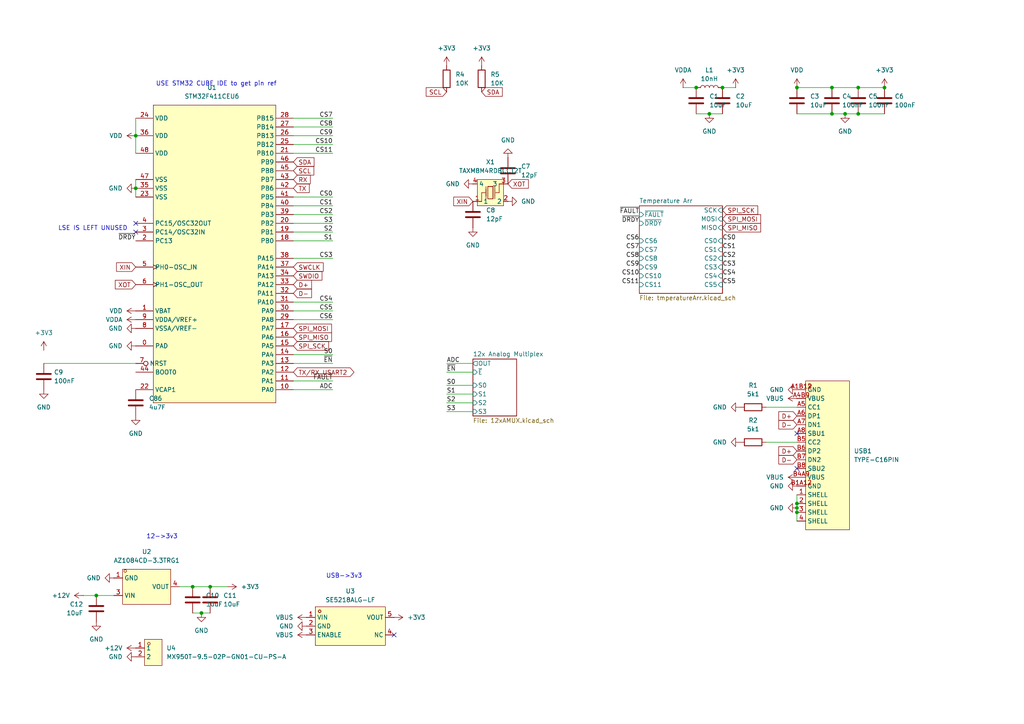
<source format=kicad_sch>
(kicad_sch (version 20231120) (generator "eeschema") (generator_version "8.0")
  (paper "A4")
  (lib_symbols
    (symbol "Device:C" (pin_numbers hide) (pin_names (offset 0.254))
      (property "Reference" "C" (at 0.635 2.54 0))
      (property "Value" "C" (at 0.635 -2.54 0))
      (symbol "C_0_1"
        (polyline (pts (xy -2.032 -0.762) (xy 2.032 -0.762)) (stroke (width 0.508)))
        (polyline (pts (xy -2.032 0.762) (xy 2.032 0.762)) (stroke (width 0.508)))
      )
      (symbol "C_1_1"
        (pin passive line (at 0 3.81 270) (length 2.794) (name "~") (number "1"))
        (pin passive line (at 0 -3.81 90) (length 2.794) (name "~") (number "2"))
      )
    )
    (symbol "Device:L" (pin_numbers hide) (pin_names (offset 1.016) hide)
      (property "Reference" "L" (at -1.27 0 90))
      (property "Value" "L" (at 1.905 0 90))
      (symbol "L_0_1"
        (arc (start 0 -2.54) (mid 0.6323 -1.905) (end 0 -1.27))
        (arc (start 0 -1.27) (mid 0.6323 -0.635) (end 0 0))
        (arc (start 0 0) (mid 0.6323 0.635) (end 0 1.27))
        (arc (start 0 1.27) (mid 0.6323 1.905) (end 0 2.54))
      )
      (symbol "L_1_1"
        (pin passive line (at 0 3.81 270) (length 1.27) (name "1") (number "1"))
        (pin passive line (at 0 -3.81 90) (length 1.27) (name "2") (number "2"))
      )
    )
    (symbol "Device:R" (pin_numbers hide) (pin_names (offset 0))
      (property "Reference" "R" (at 2.032 0 90))
      (property "Value" "R" (at 0 0 90))
      (symbol "R_0_1"
        (rectangle (start -1.016 -2.54) (end 1.016 2.54) (stroke (width 0.254)))
      )
      (symbol "R_1_1"
        (pin passive line (at 0 3.81 270) (length 1.27) (name "~") (number "1"))
        (pin passive line (at 0 -3.81 90) (length 1.27) (name "~") (number "2"))
      )
    )
    (symbol "lib:AZ1084CD-3.3TRG1"
      (property "Reference" "U" (at 0 15.24 0))
      (property "Value" "AZ1084CD-3.3TRG1" (at 0 -13.97 0))
      (symbol "AZ1084CD-3.3TRG1_0_1"
        (rectangle (start -5.08 7.62) (end 5.08 -6.35) (fill (type background)))
        (circle (center -4.57 -5.59) (radius 0.38))
        (pin unspecified line (at -2.54 -8.89 90) (length 2.54) (name "GND") (number "1"))
        (pin unspecified line (at 2.54 -8.89 90) (length 2.54) (name "VIN") (number "3"))
        (pin unspecified line (at 0 10.16 270) (length 2.54) (name "VOUT") (number "4"))
      )
    )
    (symbol "lib:MX950T-9.5-02P-GN01-CU-PS-A"
      (property "Reference" "U" (at 0 6.35 0))
      (property "Value" "MX950T-9.5-02P-GN01-CU-PS-A" (at 0 -6.35 0))
      (symbol "MX950T-9.5-02P-GN01-CU-PS-A_0_1"
        (rectangle (start -2.54 3.81) (end 2.54 -3.81) (fill (type background)))
        (circle (center -1.27 2.54) (radius 0.38))
        (pin unspecified line (at -5.08 1.27 0) (length 2.54) (name "1") (number "1"))
        (pin unspecified line (at -5.08 -1.27 0) (length 2.54) (name "2") (number "2"))
      )
    )
    (symbol "lib:SE5218ALG-LF"
      (property "Reference" "U" (at 0 7.62 0))
      (property "Value" "SE5218ALG-LF" (at 0 -7.62 0))
      (symbol "SE5218ALG-LF_0_1"
        (rectangle (start -10.16 5.59) (end 10.16 -5.59) (fill (type background)))
        (circle (center -8.89 4.32) (radius 0.38))
        (circle (center -8.89 4.32) (radius 0.38))
        (pin unspecified line (at -12.7 2.54 0) (length 2.54) (name "VIN") (number "1"))
        (pin unspecified line (at -12.7 0 0) (length 2.54) (name "GND") (number "2"))
        (pin unspecified line (at -12.7 -2.54 0) (length 2.54) (name "ENABLE") (number "3"))
        (pin unspecified line (at 12.7 -2.54 180) (length 2.54) (name "NC") (number "4"))
        (pin unspecified line (at 12.7 2.54 180) (length 2.54) (name "VOUT") (number "5"))
      )
    )
    (symbol "lib:STM32F411CEU6"
      (property "Reference" "U" (at 0 45.72 0))
      (property "Value" "STM32F411CEU6" (at 0 -43.18 0))
      (symbol "STM32F411CEU6_0_1"
        (rectangle (start -17.78 44.45) (end 17.78 -41.91) (fill (type background)))
        (pin power_in line (at -22.86 -25.4 0) (length 5.08) (name "PAD") (number "0"))
        (pin power_in line (at -22.86 -15.24 0) (length 5.08) (name "VBAT") (number "1"))
        (pin unspecified line (at 22.86 -38.1 180) (length 5.08) (name "PA0") (number "10"))
        (pin unspecified line (at 22.86 -35.56 180) (length 5.08) (name "PA1") (number "11"))
        (pin unspecified line (at 22.86 -33.02 180) (length 5.08) (name "PA2") (number "12"))
        (pin unspecified line (at 22.86 -30.48 180) (length 5.08) (name "PA3") (number "13"))
        (pin unspecified line (at 22.86 -27.94 180) (length 5.08) (name "PA4") (number "14"))
        (pin unspecified line (at 22.86 -25.4 180) (length 5.08) (name "PA5") (number "15"))
        (pin unspecified line (at 22.86 -22.86 180) (length 5.08) (name "PA6") (number "16"))
        (pin unspecified line (at 22.86 -20.32 180) (length 5.08) (name "PA7") (number "17"))
        (pin unspecified line (at 22.86 5.08 180) (length 5.08) (name "PB0") (number "18"))
        (pin unspecified line (at 22.86 7.62 180) (length 5.08) (name "PB1") (number "19"))
        (pin unspecified line (at -22.86 5.08 0) (length 5.08) (name "PC13") (number "2"))
        (pin unspecified line (at 22.86 10.16 180) (length 5.08) (name "PB2") (number "20"))
        (pin unspecified line (at 22.86 30.48 180) (length 5.08) (name "PB10") (number "21"))
        (pin power_in line (at -22.86 -38.1 0) (length 5.08) (name "VCAP1") (number "22"))
        (pin unspecified line (at -22.86 17.78 0) (length 5.08) (name "VSS") (number "23"))
        (pin unspecified line (at -22.86 40.64 0) (length 5.08) (name "VDD") (number "24"))
        (pin unspecified line (at 22.86 33.02 180) (length 5.08) (name "PB12") (number "25"))
        (pin unspecified line (at 22.86 35.56 180) (length 5.08) (name "PB13") (number "26"))
        (pin unspecified line (at 22.86 38.1 180) (length 5.08) (name "PB14") (number "27"))
        (pin unspecified line (at 22.86 40.64 180) (length 5.08) (name "PB15") (number "28"))
        (pin unspecified line (at 22.86 -17.78 180) (length 5.08) (name "PA8") (number "29"))
        (pin unspecified line (at -22.86 7.62 0) (length 5.08) (name "PC14/OSC32IN") (number "3"))
        (pin unspecified line (at 22.86 -15.24 180) (length 5.08) (name "PA9") (number "30"))
        (pin unspecified line (at 22.86 -12.7 180) (length 5.08) (name "PA10") (number "31"))
        (pin unspecified line (at 22.86 -10.16 180) (length 5.08) (name "PA11") (number "32"))
        (pin unspecified line (at 22.86 -7.62 180) (length 5.08) (name "PA12") (number "33"))
        (pin unspecified line (at 22.86 -5.08 180) (length 5.08) (name "PA13") (number "34"))
        (pin unspecified line (at -22.86 20.32 0) (length 5.08) (name "VSS") (number "35"))
        (pin unspecified line (at -22.86 35.56 0) (length 5.08) (name "VDD") (number "36"))
        (pin unspecified line (at 22.86 -2.54 180) (length 5.08) (name "PA14") (number "37"))
        (pin unspecified line (at 22.86 0 180) (length 5.08) (name "PA15") (number "38"))
        (pin unspecified line (at 22.86 12.7 180) (length 5.08) (name "PB3") (number "39"))
        (pin unspecified line (at -22.86 10.16 0) (length 5.08) (name "PC15/OSC32OUT") (number "4"))
        (pin unspecified line (at 22.86 15.24 180) (length 5.08) (name "PB4") (number "40"))
        (pin unspecified line (at 22.86 17.78 180) (length 5.08) (name "PB5") (number "41"))
        (pin unspecified line (at 22.86 20.32 180) (length 5.08) (name "PB6") (number "42"))
        (pin unspecified line (at 22.86 22.86 180) (length 5.08) (name "PB7") (number "43"))
        (pin input line (at -22.86 -33.02 0) (length 5.08) (name "BOOT0") (number "44"))
        (pin unspecified line (at 22.86 25.4 180) (length 5.08) (name "PB8") (number "45"))
        (pin unspecified line (at 22.86 27.94 180) (length 5.08) (name "PB9") (number "46"))
        (pin unspecified line (at -22.86 22.86 0) (length 5.08) (name "VSS") (number "47"))
        (pin unspecified line (at -22.86 30.48 0) (length 5.08) (name "VDD") (number "48"))
        (pin unspecified clock (at -22.86 -2.54 0) (length 5.08) (name "PH0-OSC_IN") (number "5"))
        (pin unspecified clock (at -22.86 -7.62 0) (length 5.08) (name "PH1-OSC_OUT") (number "6"))
        (pin unspecified inverted (at -22.86 -30.48 0) (length 3.556) (name "NRST") (number "7"))
        (pin power_in line (at -22.86 -20.32 0) (length 5.08) (name "VSSA/VREF-") (number "8"))
        (pin power_in line (at -22.86 -17.78 0) (length 5.08) (name "VDDA/VREF+") (number "9"))
      )
    )
    (symbol "lib:TAXM8M4RDBCCT2T"
      (property "Reference" "X" (at 0 7.62 0))
      (property "Value" "TAXM8M4RDBCCT2T" (at 0 -7.62 0))
      (symbol "TAXM8M4RDBCCT2T_0_1"
        (rectangle (start -3.81 3.81) (end 3.81 -3.81) (fill (type background)))
        (polyline (pts (xy -2.54 -2.54) (xy -2.54 0)))
        (polyline (pts (xy -2.54 0) (xy -1.52 0)))
        (polyline (pts (xy -1.27 1.02) (xy -1.27 -1.02)))
        (polyline (pts (xy -1.27 1.78) (xy -1.27 -1.78)))
        (polyline (pts (xy -0.76 1.78) (xy 0.76 1.78)))
        (polyline (pts (xy 1.27 1.02) (xy 1.27 -1.02)))
        (polyline (pts (xy 1.27 1.78) (xy 1.27 -1.78)))
        (polyline (pts (xy 2.54 0) (xy 1.52 0)))
        (polyline (pts (xy 2.54 0) (xy 2.54 2.54)))
        (polyline (pts (xy 0.76 1.78) (xy 0.76 -1.78) (xy -0.76 -1.78) (xy -0.76 1.78)))
        (polyline (pts (xy -0.76 -1.78) (xy -0.76 1.78) (xy 0.76 1.78) (xy 0.76 -1.78) (xy -0.76 -1.78)) (fill (type background)))
        (pin input line (at -5.08 -2.54 0) (length 2.54) (name "1") (number "1"))
        (pin input line (at 5.08 -2.54 180) (length 1.27) (name "2") (number "2"))
        (pin input line (at 5.08 2.54 180) (length 2.54) (name "3") (number "3"))
        (pin input line (at -5.08 2.54 0) (length 1.27) (name "4") (number "4"))
      )
    )
    (symbol "lib:TYPE-C16PIN"
      (property "Reference" "USB" (at 0 24.13 0))
      (property "Value" "TYPE-C16PIN" (at 0 -24.13 0))
      (symbol "TYPE-C16PIN_0_1"
        (rectangle (start -6.35 21.59) (end 6.35 -21.59) (fill (type background)))
        (circle (center -5.08 20.32) (radius 0.38))
        (pin unspecified line (at -8.89 -11.43 0) (length 2.54) (name "SHELL") (number "1"))
        (pin unspecified line (at -8.89 -13.97 0) (length 2.54) (name "SHELL") (number "2"))
        (pin unspecified line (at -8.89 -16.51 0) (length 2.54) (name "SHELL") (number "3"))
        (pin unspecified line (at -8.89 -19.05 0) (length 2.54) (name "SHELL") (number "4"))
        (pin unspecified line (at -8.89 19.05 0) (length 2.54) (name "GND") (number "A1B12"))
        (pin unspecified line (at -8.89 16.51 0) (length 2.54) (name "VBUS") (number "A4B9"))
        (pin unspecified line (at -8.89 13.97 0) (length 2.54) (name "CC1") (number "A5"))
        (pin unspecified line (at -8.89 11.43 0) (length 2.54) (name "DP1") (number "A6"))
        (pin unspecified line (at -8.89 8.89 0) (length 2.54) (name "DN1") (number "A7"))
        (pin unspecified line (at -8.89 6.35 0) (length 2.54) (name "SBU1") (number "A8"))
        (pin unspecified line (at -8.89 -8.89 0) (length 2.54) (name "GND") (number "B1A12"))
        (pin unspecified line (at -8.89 -6.35 0) (length 2.54) (name "VBUS") (number "B4A9"))
        (pin unspecified line (at -8.89 3.81 0) (length 2.54) (name "CC2") (number "B5"))
        (pin unspecified line (at -8.89 1.27 0) (length 2.54) (name "DP2") (number "B6"))
        (pin unspecified line (at -8.89 -1.27 0) (length 2.54) (name "DN2") (number "B7"))
        (pin unspecified line (at -8.89 -3.81 0) (length 2.54) (name "SBU2") (number "B8"))
      )
    )
    (symbol "power:+12V" (power) (pin_numbers hide) (pin_names (offset 0) hide)
      (property "Value" "+12V" (at 0 3.556 0))
      (symbol "+12V_0_1"
        (polyline (pts (xy -0.762 1.27) (xy 0 2.54)))
        (polyline (pts (xy 0 0) (xy 0 2.54)))
        (polyline (pts (xy 0 2.54) (xy 0.762 1.27)))
      )
      (symbol "+12V_1_1"
        (pin power_in line (at 0 0 90) (length 0) (name "~") (number "1"))
      )
    )
    (symbol "power:+3V3" (power) (pin_numbers hide) (pin_names (offset 0) hide)
      (property "Value" "+3V3" (at 0 3.556 0))
      (symbol "+3V3_0_1"
        (polyline (pts (xy -0.762 1.27) (xy 0 2.54)))
        (polyline (pts (xy 0 0) (xy 0 2.54)))
        (polyline (pts (xy 0 2.54) (xy 0.762 1.27)))
      )
      (symbol "+3V3_1_1"
        (pin power_in line (at 0 0 90) (length 0) (name "~") (number "1"))
      )
    )
    (symbol "power:GND" (power) (pin_numbers hide) (pin_names (offset 0) hide)
      (property "Value" "GND" (at 0 -3.81 0))
      (symbol "GND_0_1"
        (polyline (pts (xy 0 0) (xy 0 -1.27) (xy 1.27 -1.27) (xy 0 -2.54) (xy -1.27 -1.27) (xy 0 -1.27)))
      )
      (symbol "GND_1_1"
        (pin power_in line (at 0 0 270) (length 0) (name "~") (number "1"))
      )
    )
    (symbol "power:VCC" (power) (pin_numbers hide) (pin_names (offset 0) hide)
      (property "Value" "VCC" (at 0 3.556 0))
      (symbol "VCC_0_1"
        (polyline (pts (xy -0.762 1.27) (xy 0 2.54)))
        (polyline (pts (xy 0 0) (xy 0 2.54)))
        (polyline (pts (xy 0 2.54) (xy 0.762 1.27)))
      )
      (symbol "VCC_1_1"
        (pin power_in line (at 0 0 90) (length 0) (name "~") (number "1"))
      )
    )
  )
  (junction (at 201.93 25.4))
  (junction (at 248.92 33.02))
  (junction (at 209.55 25.4))
  (junction (at 231.14 25.4))
  (junction (at 55.88 170.18))
  (junction (at 205.74 33.02))
  (junction (at 256.54 25.4))
  (junction (at 245.11 33.02))
  (junction (at 248.92 25.4))
  (junction (at 58.42 177.8))
  (junction (at 39.37 39.37))
  (junction (at 241.3 33.02))
  (junction (at 60.96 170.18))
  (junction (at 231.14 146.05))
  (junction (at 241.3 25.4))
  (junction (at 27.94 172.72))
  (junction (at 231.14 147.32))
  (junction (at 231.14 148.59))
  (junction (at 39.37 54.61))
  (no_connect (at 114.3 184.15))
  (no_connect (at 231.14 125.73))
  (no_connect (at 39.37 67.31))
  (no_connect (at 231.14 135.89))
  (no_connect (at 39.37 64.77))
  (wire (pts (xy 129.54 107.95) (xy 137.16 107.95)))
  (wire (pts (xy 96.52 92.71) (xy 85.09 92.71)))
  (wire (pts (xy 96.52 57.15) (xy 85.09 57.15)))
  (wire (pts (xy 96.52 67.31) (xy 85.09 67.31)))
  (wire (pts (xy 58.42 177.8) (xy 60.96 177.8)))
  (wire (pts (xy 129.54 105.41) (xy 137.16 105.41)))
  (wire (pts (xy 96.52 59.69) (xy 85.09 59.69)))
  (wire (pts (xy 96.52 64.77) (xy 85.09 64.77)))
  (wire (pts (xy 231.14 143.51) (xy 231.14 146.05)))
  (wire (pts (xy 231.14 148.59) (xy 231.14 151.13)))
  (wire (pts (xy 96.52 87.63) (xy 85.09 87.63)))
  (wire (pts (xy 248.92 33.02) (xy 256.54 33.02)))
  (wire (pts (xy 27.94 172.72) (xy 33.02 172.72)))
  (wire (pts (xy 222.25 128.27) (xy 231.14 128.27)))
  (wire (pts (xy 231.14 146.05) (xy 231.14 147.32)))
  (wire (pts (xy 248.92 25.4) (xy 256.54 25.4)))
  (wire (pts (xy 24.13 172.72) (xy 27.94 172.72)))
  (wire (pts (xy 55.88 177.8) (xy 58.42 177.8)))
  (wire (pts (xy 96.52 74.93) (xy 85.09 74.93)))
  (wire (pts (xy 231.14 33.02) (xy 241.3 33.02)))
  (wire (pts (xy 241.3 33.02) (xy 245.11 33.02)))
  (wire (pts (xy 245.11 33.02) (xy 248.92 33.02)))
  (wire (pts (xy 96.52 44.45) (xy 85.09 44.45)))
  (wire (pts (xy 96.52 90.17) (xy 85.09 90.17)))
  (wire (pts (xy 205.74 33.02) (xy 209.55 33.02)))
  (wire (pts (xy 201.93 33.02) (xy 205.74 33.02)))
  (wire (pts (xy 39.37 39.37) (xy 39.37 44.45)))
  (wire (pts (xy 129.54 116.84) (xy 137.16 116.84)))
  (wire (pts (xy 96.52 113.03) (xy 85.09 113.03)))
  (wire (pts (xy 209.55 25.4) (xy 213.36 25.4)))
  (wire (pts (xy 241.3 25.4) (xy 248.92 25.4)))
  (wire (pts (xy 96.52 36.83) (xy 85.09 36.83)))
  (wire (pts (xy 60.96 170.18) (xy 55.88 170.18)))
  (wire (pts (xy 129.54 114.3) (xy 137.16 114.3)))
  (wire (pts (xy 39.37 52.07) (xy 39.37 54.61)))
  (wire (pts (xy 55.88 170.18) (xy 52.07 170.18)))
  (wire (pts (xy 12.7 105.41) (xy 39.37 105.41)))
  (wire (pts (xy 129.54 119.38) (xy 137.16 119.38)))
  (wire (pts (xy 96.52 39.37) (xy 85.09 39.37)))
  (wire (pts (xy 96.52 102.87) (xy 85.09 102.87)))
  (wire (pts (xy 222.25 118.11) (xy 231.14 118.11)))
  (wire (pts (xy 96.52 110.49) (xy 85.09 110.49)))
  (wire (pts (xy 96.52 105.41) (xy 85.09 105.41)))
  (wire (pts (xy 198.12 25.4) (xy 201.93 25.4)))
  (wire (pts (xy 96.52 41.91) (xy 85.09 41.91)))
  (wire (pts (xy 39.37 54.61) (xy 39.37 57.15)))
  (wire (pts (xy 85.09 69.85) (xy 96.52 69.85)))
  (wire (pts (xy 129.54 111.76) (xy 137.16 111.76)))
  (wire (pts (xy 231.14 147.32) (xy 231.14 148.59)))
  (wire (pts (xy 96.52 62.23) (xy 85.09 62.23)))
  (wire (pts (xy 96.52 34.29) (xy 85.09 34.29)))
  (wire (pts (xy 231.14 25.4) (xy 241.3 25.4)))
  (wire (pts (xy 66.04 170.18) (xy 60.96 170.18)))
  (wire (pts (xy 39.37 34.29) (xy 39.37 39.37)))
  (text "LSE IS LEFT UNUSED\n" (at 26.924 66.294 0) (effects (font (size 1.27 1.27))))
  (text "12->3v3\n" (at 46.99 155.702 0) (effects (font (size 1.27 1.27))))
  (text "USB->3v3\n" (at 99.822 167.132 0) (effects (font (size 1.27 1.27))))
  (text "USE STM32 CUBE IDE to get pin ref" (at 62.738 24.384 0) (effects (font (size 1.27 1.27))))
  (label "CS9" (at 185.42 77.47 180))
  (label "CS4" (at 96.52 87.63 180))
  (label "S2" (at 129.54 116.84 0))
  (label "CS5" (at 209.55 82.55 0))
  (label "S2" (at 96.52 67.31 180))
  (label "CS3" (at 209.55 77.47 0))
  (label "CS3" (at 96.52 74.93 180))
  (label "S1" (at 96.52 69.85 180))
  (label "CS0" (at 96.52 57.15 180))
  (label "CS11" (at 185.42 82.55 180))
  (label "CS2" (at 209.55 74.93 0))
  (label "CS1" (at 209.55 72.39 0))
  (label "CS8" (at 96.52 36.83 180))
  (label "CS8" (at 185.42 74.93 180))
  (label "CS4" (at 209.55 80.01 0))
  (label "~{FAULT}" (at 185.42 62.23 180))
  (label "CS9" (at 96.52 39.37 180))
  (label "ADC" (at 129.54 105.41 0))
  (label "ADC" (at 96.52 113.03 180))
  (label "S1" (at 129.54 114.3 0))
  (label "CS11" (at 96.52 44.45 180))
  (label "CS7" (at 185.42 72.39 180))
  (label "CS6" (at 96.52 92.71 180))
  (label "CS7" (at 96.52 34.29 180))
  (label "~{DRDY}" (at 185.42 64.77 180))
  (label "CS0" (at 209.55 69.85 0))
  (label "S3" (at 129.54 119.38 0))
  (label "S3" (at 96.52 64.77 180))
  (label "~{DRDY}" (at 39.37 69.85 180))
  (label "~{EN}" (at 96.52 105.41 180))
  (label "CS6" (at 185.42 69.85 180))
  (label "CS2" (at 96.52 62.23 180))
  (label "S0" (at 129.54 111.76 0))
  (label "S0" (at 96.52 102.87 180))
  (label "CS1" (at 96.52 59.69 180))
  (label "CS5" (at 96.52 90.17 180))
  (label "CS10" (at 185.42 80.01 180))
  (label "CS10" (at 96.52 41.91 180))
  (label "~{FAULT}" (at 96.52 110.49 180))
  (label "~{EN}" (at 129.54 107.95 0))
  (global_label "XOT" (shape input) (at 39.37 82.55 180) (property "Intersheetrefs" "${INTERSHEET_REFS}" (effects (hide yes))))
  (global_label "D-" (shape input) (at 231.14 123.19 180) (property "Intersheetrefs" "${INTERSHEET_REFS}" (effects (hide yes))))
  (global_label "D-" (shape input) (at 85.09 85.09 0) (property "Intersheetrefs" "${INTERSHEET_REFS}" (effects (hide yes))))
  (global_label "XOT" (shape input) (at 147.32 53.34 0) (property "Intersheetrefs" "${INTERSHEET_REFS}" (effects (hide yes))))
  (global_label "SWDIO" (shape input) (at 85.09 80.01 0) (property "Intersheetrefs" "${INTERSHEET_REFS}" (effects (hide yes))))
  (global_label "SPI_SCK" (shape input) (at 209.55 60.96 0) (property "Intersheetrefs" "${INTERSHEET_REFS}" (effects (hide yes))))
  (global_label "SPI_SCK" (shape input) (at 85.09 100.33 0) (property "Intersheetrefs" "${INTERSHEET_REFS}" (effects (hide yes))))
  (global_label "SPI_MISO" (shape input) (at 209.55 66.04 0) (property "Intersheetrefs" "${INTERSHEET_REFS}" (effects (hide yes))))
  (global_label "D+" (shape input) (at 231.14 120.65 180) (property "Intersheetrefs" "${INTERSHEET_REFS}" (effects (hide yes))))
  (global_label "RX" (shape input) (at 85.09 52.07 0) (property "Intersheetrefs" "${INTERSHEET_REFS}" (effects (hide yes))))
  (global_label "TX{slash}RX_USART2" (shape bidirectional) (at 85.09 107.95 0) (property "Intersheetrefs" "${INTERSHEET_REFS}" (effects (hide yes))))
  (global_label "SCL" (shape input) (at 129.54 26.67 180) (property "Intersheetrefs" "${INTERSHEET_REFS}" (effects (hide yes))))
  (global_label "SCL" (shape input) (at 85.09 49.53 0) (property "Intersheetrefs" "${INTERSHEET_REFS}" (effects (hide yes))))
  (global_label "XIN" (shape input) (at 137.16 58.42 180) (property "Intersheetrefs" "${INTERSHEET_REFS}" (effects (hide yes))))
  (global_label "D+" (shape input) (at 85.09 82.55 0) (property "Intersheetrefs" "${INTERSHEET_REFS}" (effects (hide yes))))
  (global_label "SDA" (shape input) (at 139.7 26.67 0) (property "Intersheetrefs" "${INTERSHEET_REFS}" (effects (hide yes))))
  (global_label "SDA" (shape input) (at 85.09 46.99 0) (property "Intersheetrefs" "${INTERSHEET_REFS}" (effects (hide yes))))
  (global_label "SPI_MISO" (shape input) (at 85.09 97.79 0) (property "Intersheetrefs" "${INTERSHEET_REFS}" (effects (hide yes))))
  (global_label "SPI_MOSI" (shape input) (at 209.55 63.5 0) (property "Intersheetrefs" "${INTERSHEET_REFS}" (effects (hide yes))))
  (global_label "SWCLK" (shape input) (at 85.09 77.47 0) (property "Intersheetrefs" "${INTERSHEET_REFS}" (effects (hide yes))))
  (global_label "TX" (shape input) (at 85.09 54.61 0) (property "Intersheetrefs" "${INTERSHEET_REFS}" (effects (hide yes))))
  (global_label "D-" (shape input) (at 231.14 133.35 180) (property "Intersheetrefs" "${INTERSHEET_REFS}" (effects (hide yes))))
  (global_label "SPI_MOSI" (shape input) (at 85.09 95.25 0) (property "Intersheetrefs" "${INTERSHEET_REFS}" (effects (hide yes))))
  (global_label "D+" (shape input) (at 231.14 130.81 180) (property "Intersheetrefs" "${INTERSHEET_REFS}" (effects (hide yes))))
  (global_label "XIN" (shape input) (at 39.37 77.47 180) (property "Intersheetrefs" "${INTERSHEET_REFS}" (effects (hide yes))))
  (symbol (lib_id "power:GND") (at 58.42 177.8 0) (unit 1)
    (property "Reference" "#PWR029" (effects (hide yes)))
    (property "Value" "GND" (at 58.42 182.88 0))
    (property "Description" "Power symbol creates a global label with name \"GND\" , ground" (effects (hide yes)))
  )
  (symbol (lib_id "power:+3V3") (at 129.54 19.05 0) (unit 1)
    (property "Reference" "#PWR0161" (effects (hide yes)))
    (property "Value" "+3V3" (at 129.54 13.97 0))
    (property "Description" "Power symbol creates a global label with name \"+3V3\"" (effects (hide yes)))
  )
  (symbol (lib_id "Device:L") (at 205.74 25.4 90) (unit 1)
    (property "Reference" "L1" (at 205.74 20.32 90))
    (property "Value" "10nH" (at 205.74 22.86 90))
    (property "Footprint" "Capacitor_SMD:C_0402_1005Metric" (effects (hide yes)))
    (property "Description" "Inductor" (effects (hide yes)))
  )
  (symbol (lib_id "Device:C") (at 137.16 62.23 0) (unit 1)
    (property "Reference" "C8" (at 140.97 60.9599 0) (effects (justify left)))
    (property "Value" "12pF" (at 140.97 63.4999 0) (effects (justify left)))
    (property "Footprint" "Capacitor_SMD:C_0402_1005Metric" (effects (hide yes)))
    (property "Description" "Unpolarized capacitor" (effects (hide yes)))
  )
  (symbol (lib_id "power:GND") (at 245.11 33.02 0) (unit 1)
    (property "Reference" "#PWR06" (effects (hide yes)))
    (property "Value" "GND" (at 245.11 38.1 0))
    (property "Description" "Power symbol creates a global label with name \"GND\" , ground" (effects (hide yes)))
  )
  (symbol (lib_id "Device:C") (at 248.92 29.21 0) (unit 1)
    (property "Reference" "C5" (at 251.8611 27.9399 0) (effects (justify left)))
    (property "Value" "100nF" (at 251.8611 30.4799 0) (effects (justify left)))
    (property "Footprint" "Capacitor_SMD:C_0402_1005Metric" (effects (hide yes)))
    (property "Description" "Unpolarized capacitor" (effects (hide yes)))
  )
  (symbol (lib_id "power:+3V3") (at 114.3 179.07 270) (unit 1)
    (property "Reference" "#PWR031" (effects (hide yes)))
    (property "Value" "+3V3" (at 118.11 179.0699 90) (effects (justify left)))
    (property "Description" "Power symbol creates a global label with name \"+3V3\"" (effects (hide yes)))
  )
  (symbol (lib_id "power:+3V3") (at 139.7 19.05 0) (unit 1)
    (property "Reference" "#PWR0162" (effects (hide yes)))
    (property "Value" "+3V3" (at 139.7 13.97 0))
    (property "Description" "Power symbol creates a global label with name \"+3V3\"" (effects (hide yes)))
  )
  (symbol (lib_id "Device:C") (at 147.32 49.53 0) (unit 1)
    (property "Reference" "C7" (at 151.13 48.2599 0) (effects (justify left)))
    (property "Value" "12pF" (at 151.13 50.7999 0) (effects (justify left)))
    (property "Footprint" "Capacitor_SMD:C_0402_1005Metric" (effects (hide yes)))
    (property "Description" "Unpolarized capacitor" (effects (hide yes)))
  )
  (symbol (lib_id "Device:C") (at 55.88 173.99 0) (unit 1)
    (property "Reference" "C10" (at 59.69 172.7199 0) (effects (justify left)))
    (property "Value" "10uF" (at 59.69 175.2599 0) (effects (justify left)))
    (property "Footprint" "Capacitor_SMD:C_0402_1005Metric" (effects (hide yes)))
    (property "Description" "Unpolarized capacitor" (effects (hide yes)))
  )
  (symbol (lib_id "power:GND") (at 137.16 66.04 0) (unit 1)
    (property "Reference" "#PWR012" (effects (hide yes)))
    (property "Value" "GND" (at 137.16 71.12 0))
    (property "Description" "Power symbol creates a global label with name \"GND\" , ground" (effects (hide yes)))
  )
  (symbol (lib_id "power:+3V3") (at 66.04 170.18 270) (unit 1)
    (property "Reference" "#PWR027" (effects (hide yes)))
    (property "Value" "+3V3" (at 69.85 170.1799 90) (effects (justify left)))
    (property "Description" "Power symbol creates a global label with name \"+3V3\"" (effects (hide yes)))
  )
  (symbol (lib_id "power:GND") (at 147.32 45.72 180) (unit 1)
    (property "Reference" "#PWR08" (effects (hide yes)))
    (property "Value" "GND" (at 147.32 40.64 0))
    (property "Description" "Power symbol creates a global label with name \"GND\" , ground" (effects (hide yes)))
  )
  (symbol (lib_id "Device:C") (at 12.7 109.22 0) (unit 1)
    (property "Reference" "C9" (at 15.6411 107.9499 0) (effects (justify left)))
    (property "Value" "100nF" (at 15.6411 110.4899 0) (effects (justify left)))
    (property "Footprint" "Capacitor_SMD:C_0402_1005Metric" (effects (hide yes)))
    (property "Description" "Unpolarized capacitor" (effects (hide yes)))
  )
  (symbol (lib_id "power:GND") (at 231.14 113.03 270) (unit 1)
    (property "Reference" "#PWR019" (effects (hide yes)))
    (property "Value" "GND" (at 227.33 113.0299 90) (effects (justify right)))
    (property "Description" "Power symbol creates a global label with name \"GND\" , ground" (effects (hide yes)))
  )
  (symbol (lib_id "lib:STM32F411CEU6") (at 62.23 74.93 0) (unit 1)
    (property "Reference" "U1" (at 61.468 25.4 0))
    (property "Value" "STM32F411CEU6" (at 61.468 27.94 0))
    (property "Footprint" "lib:UFQFPN-48_L7.0-W7.0-P0.50-BL-EP" (effects (hide yes)))
    (property "Datasheet" "https://lcsc.com/product-detail/ST-Microelectronics_STMicroelectronics_STM32F411CEU6_STM32F411CEU6_C60420.html" (effects (hide yes)))
    (property "LCSC Part" "C60420" (effects (hide yes)))
  )
  (symbol (lib_id "power:+12V") (at 24.13 172.72 90) (unit 1)
    (property "Reference" "#PWR028" (effects (hide yes)))
    (property "Value" "+12V" (at 20.32 172.7199 90) (effects (justify left)))
    (property "Description" "Power symbol creates a global label with name \"+12V\"" (effects (hide yes)))
  )
  (symbol (lib_id "power:GND") (at 33.02 167.64 270) (unit 1)
    (property "Reference" "#PWR026" (effects (hide yes)))
    (property "Value" "GND" (at 29.21 167.6399 90) (effects (justify right)))
    (property "Description" "Power symbol creates a global label with name \"GND\" , ground" (effects (hide yes)))
  )
  (symbol (lib_id "power:GND") (at 137.16 53.34 270) (unit 1)
    (property "Reference" "#PWR09" (effects (hide yes)))
    (property "Value" "GND" (at 133.35 53.3399 90) (effects (justify right)))
    (property "Description" "Power symbol creates a global label with name \"GND\" , ground" (effects (hide yes)))
  )
  (symbol (lib_id "power:GND") (at 39.37 95.25 270) (unit 1)
    (property "Reference" "#PWR015" (effects (hide yes)))
    (property "Value" "GND" (at 35.56 95.2499 90) (effects (justify right)))
    (property "Description" "Power symbol creates a global label with name \"GND\" , ground" (effects (hide yes)))
  )
  (symbol (lib_id "power:VCC") (at 231.14 138.43 90) (unit 1)
    (property "Reference" "#PWR023" (effects (hide yes)))
    (property "Value" "VBUS" (at 227.33 138.4299 90) (effects (justify left)))
    (property "Description" "Power symbol creates a global label with name \"VCC\"" (effects (hide yes)))
  )
  (symbol (lib_id "power:GND") (at 231.14 140.97 270) (unit 1)
    (property "Reference" "#PWR024" (effects (hide yes)))
    (property "Value" "GND" (at 227.33 140.9699 90) (effects (justify right)))
    (property "Description" "Power symbol creates a global label with name \"GND\" , ground" (effects (hide yes)))
  )
  (symbol (lib_id "power:VCC") (at 39.37 92.71 90) (unit 1)
    (property "Reference" "#PWR014" (effects (hide yes)))
    (property "Value" "VDDA" (at 35.56 92.7099 90) (effects (justify left)))
    (property "Description" "Power symbol creates a global label with name \"VCC\"" (effects (hide yes)))
  )
  (symbol (lib_id "power:GND") (at 205.74 33.02 0) (unit 1)
    (property "Reference" "#PWR05" (effects (hide yes)))
    (property "Value" "GND" (at 205.74 38.1 0))
    (property "Description" "Power symbol creates a global label with name \"GND\" , ground" (effects (hide yes)))
  )
  (symbol (lib_id "power:VCC") (at 88.9 179.07 90) (unit 1)
    (property "Reference" "#PWR030" (effects (hide yes)))
    (property "Value" "VBUS" (at 85.09 179.0699 90) (effects (justify left)))
    (property "Description" "Power symbol creates a global label with name \"VCC\"" (effects (hide yes)))
  )
  (symbol (lib_id "power:GND") (at 214.63 128.27 270) (unit 1)
    (property "Reference" "#PWR022" (effects (hide yes)))
    (property "Value" "GND" (at 210.82 128.2699 90) (effects (justify right)))
    (property "Description" "Power symbol creates a global label with name \"GND\" , ground" (effects (hide yes)))
  )
  (symbol (lib_id "power:+3V3") (at 256.54 25.4 0) (unit 1)
    (property "Reference" "#PWR04" (effects (hide yes)))
    (property "Value" "+3V3" (at 256.54 20.32 0))
    (property "Description" "Power symbol creates a global label with name \"+3V3\"" (effects (hide yes)))
  )
  (symbol (lib_id "lib:AZ1084CD-3.3TRG1") (at 41.91 170.18 270) (unit 1)
    (property "Reference" "U2" (at 42.545 160.02 90))
    (property "Value" "AZ1084CD-3.3TRG1" (at 42.545 162.56 90))
    (property "Footprint" "lib:TO-252-2_L6.5-W6.1-P4.58-LS10.0-TL" (effects (hide yes)))
    (property "Datasheet" "https://lcsc.com/product-detail/Low-Dropout-Regulators-LDO_DIODES_AZ1084CD-3-3TRG1_AZ1084CD-3-3TRG1_C151391.html" (effects (hide yes)))
    (property "LCSC Part" "C151391" (effects (hide yes)))
  )
  (symbol (lib_id "lib:TAXM8M4RDBCCT2T") (at 142.24 55.88 0) (unit 1)
    (property "Reference" "X1" (at 142.24 46.99 0))
    (property "Value" "TAXM8M4RDBCCT2T" (at 142.24 49.53 0))
    (property "Footprint" "lib:CRYSTAL-SMD_4P-L3.2-W2.5-BL" (effects (hide yes)))
    (property "Datasheet" "https://lcsc.com/product-detail/New-Arrivals_Zhejiang-Abel-Elec-TAXM8M4RDBCCT2T_C400090.html" (effects (hide yes)))
    (property "LCSC Part" "C400090" (effects (hide yes)))
  )
  (symbol (lib_id "power:GND") (at 231.14 147.32 270) (unit 1)
    (property "Reference" "#PWR025" (effects (hide yes)))
    (property "Value" "GND" (at 227.33 147.3199 90) (effects (justify right)))
    (property "Description" "Power symbol creates a global label with name \"GND\" , ground" (effects (hide yes)))
  )
  (symbol (lib_id "Device:R") (at 139.7 22.86 0) (unit 1)
    (property "Reference" "R5" (at 142.24 21.5899 0) (effects (justify left)))
    (property "Value" "10K" (at 142.24 24.1299 0) (effects (justify left)))
    (property "Footprint" "Resistor_SMD:R_0603_1608Metric" (effects (hide yes)))
    (property "Description" "Resistor" (effects (hide yes)))
  )
  (symbol (lib_id "Device:C") (at 60.96 173.99 0) (unit 1)
    (property "Reference" "C11" (at 64.77 172.7199 0) (effects (justify left)))
    (property "Value" "10uF" (at 64.77 175.2599 0) (effects (justify left)))
    (property "Footprint" "Capacitor_SMD:C_0402_1005Metric" (effects (hide yes)))
    (property "Description" "Unpolarized capacitor" (effects (hide yes)))
  )
  (symbol (lib_id "lib:MX950T-9.5-02P-GN01-CU-PS-A") (at 44.45 189.23 0) (unit 1)
    (property "Reference" "U4" (at 48.26 187.9599 0) (effects (justify left)))
    (property "Value" "MX950T-9.5-02P-GN01-CU-PS-A" (at 48.26 190.4999 0) (effects (justify left)))
    (property "Footprint" "lib:CONN-TH_2P-P9.50_DB910-9.52-2P" (effects (hide yes)))
    (property "LCSC Part" "C5188495" (effects (hide yes)))
  )
  (symbol (lib_id "power:VCC") (at 39.37 39.37 90) (unit 1)
    (property "Reference" "#PWR07" (effects (hide yes)))
    (property "Value" "VDD" (at 35.56 39.3699 90) (effects (justify left)))
    (property "Description" "Power symbol creates a global label with name \"VCC\"" (effects (hide yes)))
  )
  (symbol (lib_id "power:VCC") (at 231.14 115.57 90) (unit 1)
    (property "Reference" "#PWR020" (effects (hide yes)))
    (property "Value" "VBUS" (at 227.33 115.5699 90) (effects (justify left)))
    (property "Description" "Power symbol creates a global label with name \"VCC\"" (effects (hide yes)))
  )
  (symbol (lib_id "power:+12V") (at 39.37 187.96 90) (unit 1)
    (property "Reference" "#PWR035" (effects (hide yes)))
    (property "Value" "+12V" (at 35.56 187.9599 90) (effects (justify left)))
    (property "Description" "Power symbol creates a global label with name \"+12V\"" (effects (hide yes)))
  )
  (symbol (lib_id "power:GND") (at 214.63 118.11 270) (unit 1)
    (property "Reference" "#PWR021" (effects (hide yes)))
    (property "Value" "GND" (at 210.82 118.1099 90) (effects (justify right)))
    (property "Description" "Power symbol creates a global label with name \"GND\" , ground" (effects (hide yes)))
  )
  (symbol (lib_id "power:GND") (at 88.9 181.61 270) (unit 1)
    (property "Reference" "#PWR033" (effects (hide yes)))
    (property "Value" "GND" (at 85.09 181.6099 90) (effects (justify right)))
    (property "Description" "Power symbol creates a global label with name \"GND\" , ground" (effects (hide yes)))
  )
  (symbol (lib_id "power:VCC") (at 39.37 90.17 90) (unit 1)
    (property "Reference" "#PWR013" (effects (hide yes)))
    (property "Value" "VDD" (at 35.56 90.1699 90) (effects (justify left)))
    (property "Description" "Power symbol creates a global label with name \"VCC\"" (effects (hide yes)))
  )
  (symbol (lib_id "Device:R") (at 218.44 118.11 90) (unit 1)
    (property "Reference" "R1" (at 218.44 111.76 90))
    (property "Value" "5k1" (at 218.44 114.3 90))
    (property "Footprint" "Resistor_SMD:R_0603_1608Metric" (effects (hide yes)))
    (property "Description" "Resistor" (effects (hide yes)))
  )
  (symbol (lib_id "power:VCC") (at 88.9 184.15 90) (unit 1)
    (property "Reference" "#PWR034" (effects (hide yes)))
    (property "Value" "VBUS" (at 85.09 184.1499 90) (effects (justify left)))
    (property "Description" "Power symbol creates a global label with name \"VCC\"" (effects (hide yes)))
  )
  (symbol (lib_id "Device:C") (at 241.3 29.21 0) (unit 1)
    (property "Reference" "C4" (at 244.2411 27.9399 0) (effects (justify left)))
    (property "Value" "100nF" (at 244.2411 30.4799 0) (effects (justify left)))
    (property "Footprint" "Capacitor_SMD:C_0402_1005Metric" (effects (hide yes)))
    (property "Description" "Unpolarized capacitor" (effects (hide yes)))
  )
  (symbol (lib_id "Device:R") (at 218.44 128.27 90) (unit 1)
    (property "Reference" "R2" (at 218.44 121.92 90))
    (property "Value" "5k1" (at 218.44 124.46 90))
    (property "Footprint" "Resistor_SMD:R_0603_1608Metric" (effects (hide yes)))
    (property "Description" "Resistor" (effects (hide yes)))
  )
  (symbol (lib_id "power:GND") (at 27.94 180.34 0) (unit 1)
    (property "Reference" "#PWR032" (effects (hide yes)))
    (property "Value" "GND" (at 27.94 185.42 0))
    (property "Description" "Power symbol creates a global label with name \"GND\" , ground" (effects (hide yes)))
  )
  (symbol (lib_id "power:GND") (at 12.7 113.03 0) (unit 1)
    (property "Reference" "#PWR018" (effects (hide yes)))
    (property "Value" "GND" (at 12.7 118.11 0))
    (property "Description" "Power symbol creates a global label with name \"GND\" , ground" (effects (hide yes)))
  )
  (symbol (lib_id "Device:C") (at 39.37 116.84 0) (unit 1)
    (property "Reference" "C86" (at 43.18 115.5699 0) (effects (justify left)))
    (property "Value" "4u7F" (at 43.18 118.1099 0) (effects (justify left)))
    (property "Footprint" "Capacitor_SMD:C_0402_1005Metric" (effects (hide yes)))
    (property "Description" "Unpolarized capacitor" (effects (hide yes)))
  )
  (symbol (lib_id "Device:C") (at 256.54 29.21 0) (unit 1)
    (property "Reference" "C6" (at 259.4811 27.9399 0) (effects (justify left)))
    (property "Value" "100nF" (at 259.4811 30.4799 0) (effects (justify left)))
    (property "Footprint" "Capacitor_SMD:C_0402_1005Metric" (effects (hide yes)))
    (property "Description" "Unpolarized capacitor" (effects (hide yes)))
  )
  (symbol (lib_id "Device:R") (at 129.54 22.86 0) (unit 1)
    (property "Reference" "R4" (at 132.08 21.5899 0) (effects (justify left)))
    (property "Value" "10K" (at 132.08 24.1299 0) (effects (justify left)))
    (property "Footprint" "Resistor_SMD:R_0603_1608Metric" (effects (hide yes)))
    (property "Description" "Resistor" (effects (hide yes)))
  )
  (symbol (lib_id "lib:TYPE-C16PIN") (at 240.03 132.08 0) (unit 1)
    (property "Reference" "USB1" (at 247.65 130.8099 0) (effects (justify left)))
    (property "Value" "TYPE-C16PIN" (at 247.65 133.3499 0) (effects (justify left)))
    (property "Footprint" "lib:USB-C-SMD_TYPE-C16PIN" (effects (hide yes)))
    (property "Datasheet" "https://lcsc.com/product-detail/USB-Connectors_SHOU-HAN-TYPE-C16PIN_C393939.html" (effects (hide yes)))
    (property "LCSC Part" "C393939" (effects (hide yes)))
  )
  (symbol (lib_id "power:GND") (at 39.37 100.33 270) (unit 1)
    (property "Reference" "#PWR016" (effects (hide yes)))
    (property "Value" "GND" (at 35.56 100.3299 90) (effects (justify right)))
    (property "Description" "Power symbol creates a global label with name \"GND\" , ground" (effects (hide yes)))
  )
  (symbol (lib_id "Device:C") (at 27.94 176.53 0) (unit 1)
    (property "Reference" "C12" (at 24.13 175.2599 0) (effects (justify right)))
    (property "Value" "10uF" (at 24.13 177.7999 0) (effects (justify right)))
    (property "Footprint" "Capacitor_SMD:C_0402_1005Metric" (effects (hide yes)))
    (property "Description" "Unpolarized capacitor" (effects (hide yes)))
  )
  (symbol (lib_id "power:GND") (at 39.37 54.61 270) (unit 1)
    (property "Reference" "#PWR010" (effects (hide yes)))
    (property "Value" "GND" (at 35.56 54.6099 90) (effects (justify right)))
    (property "Description" "Power symbol creates a global label with name \"GND\" , ground" (effects (hide yes)))
  )
  (symbol (lib_id "power:GND") (at 39.37 120.65 0) (unit 1)
    (property "Reference" "#PWR0163" (effects (hide yes)))
    (property "Value" "GND" (at 39.37 125.73 0))
    (property "Description" "Power symbol creates a global label with name \"GND\" , ground" (effects (hide yes)))
  )
  (symbol (lib_id "Device:C") (at 231.14 29.21 0) (unit 1)
    (property "Reference" "C3" (at 234.95 27.9399 0) (effects (justify left)))
    (property "Value" "10uF" (at 234.95 30.4799 0) (effects (justify left)))
    (property "Footprint" "Capacitor_SMD:C_0402_1005Metric" (effects (hide yes)))
    (property "Description" "Unpolarized capacitor" (effects (hide yes)))
  )
  (symbol (lib_id "power:GND") (at 147.32 58.42 90) (unit 1)
    (property "Reference" "#PWR011" (effects (hide yes)))
    (property "Value" "GND" (at 151.13 58.4199 90) (effects (justify right)))
    (property "Description" "Power symbol creates a global label with name \"GND\" , ground" (effects (hide yes)))
  )
  (symbol (lib_id "power:GND") (at 39.37 190.5 270) (unit 1)
    (property "Reference" "#PWR036" (effects (hide yes)))
    (property "Value" "GND" (at 35.56 190.4999 90) (effects (justify right)))
    (property "Description" "Power symbol creates a global label with name \"GND\" , ground" (effects (hide yes)))
  )
  (symbol (lib_id "lib:SE5218ALG-LF") (at 101.6 181.61 0) (unit 1)
    (property "Reference" "U3" (at 101.6 171.45 0))
    (property "Value" "SE5218ALG-LF" (at 101.6 173.99 0))
    (property "Footprint" "lib:SOT-23-5_L3.0-W1.7-P0.95-LS2.8-BR" (effects (hide yes)))
    (property "Datasheet" "https://lcsc.com/product-detail/Low-Dropout-Regulators-LDO_SE5218ALG-LF-3-3V_C118233.html" (effects (hide yes)))
    (property "LCSC Part" "C118233" (effects (hide yes)))
  )
  (symbol (lib_id "power:+3V3") (at 213.36 25.4 0) (unit 1)
    (property "Reference" "#PWR02" (effects (hide yes)))
    (property "Value" "+3V3" (at 213.36 20.32 0))
    (property "Description" "Power symbol creates a global label with name \"+3V3\"" (effects (hide yes)))
  )
  (symbol (lib_id "power:VCC") (at 198.12 25.4 0) (unit 1)
    (property "Reference" "#PWR01" (effects (hide yes)))
    (property "Value" "VDDA" (at 198.12 20.32 0))
    (property "Description" "Power symbol creates a global label with name \"VCC\"" (effects (hide yes)))
  )
  (symbol (lib_id "Device:C") (at 201.93 29.21 0) (unit 1)
    (property "Reference" "C1" (at 205.74 27.9399 0) (effects (justify left)))
    (property "Value" "10uF" (at 205.74 30.4799 0) (effects (justify left)))
    (property "Footprint" "Capacitor_SMD:C_0402_1005Metric" (effects (hide yes)))
    (property "Description" "Unpolarized capacitor" (effects (hide yes)))
  )
  (symbol (lib_id "Device:C") (at 209.55 29.21 0) (unit 1)
    (property "Reference" "C2" (at 213.36 27.9399 0) (effects (justify left)))
    (property "Value" "10uF" (at 213.36 30.4799 0) (effects (justify left)))
    (property "Footprint" "Capacitor_SMD:C_0402_1005Metric" (effects (hide yes)))
    (property "Description" "Unpolarized capacitor" (effects (hide yes)))
  )
  (symbol (lib_id "power:+3V3") (at 12.7 101.6 0) (unit 1)
    (property "Reference" "#PWR017" (effects (hide yes)))
    (property "Value" "+3V3" (at 12.7 96.52 0))
    (property "Description" "Power symbol creates a global label with name \"+3V3\"" (effects (hide yes)))
  )
  (symbol (lib_id "power:VCC") (at 231.14 25.4 0) (unit 1)
    (property "Reference" "#PWR03" (effects (hide yes)))
    (property "Value" "VDD" (at 231.14 20.32 0))
    (property "Description" "Power symbol creates a global label with name \"VCC\"" (effects (hide yes)))
  )
  (sheet (at 137.16 104.14) (size 12.7 16.51) (stroke (width 0.1524))
    (property "Sheetname" "12x Analog Multiplex" (at 137.16 103.4284 0) (effects (justify left bottom)))
    (property "Sheetfile" "12xAMUX.kicad_sch" (at 137.16 121.2346 0) (effects (justify left top)))
    (pin "OUT" output (at 137.16 105.41 180))
    (pin "~{E}" input (at 137.16 107.95 180))
    (pin "S1" input (at 137.16 114.3 180))
    (pin "S0" input (at 137.16 111.76 180))
    (pin "S2" input (at 137.16 116.84 180))
    (pin "S3" input (at 137.16 119.38 180))
  )
  (sheet (at 185.42 59.69) (size 24.13 25.4) (stroke (width 0.1524))
    (property "Sheetname" "Temperature Arr" (at 185.42 58.9784 0) (effects (justify left bottom)))
    (property "Sheetfile" "tmperatureArr.kicad_sch" (at 185.42 85.6746 0) (effects (justify left top)))
    (pin "~{FAULT}" input (at 185.42 62.23 180))
    (pin "CS7" input (at 185.42 72.39 180))
    (pin "MOSI" input (at 209.55 63.5 0))
    (pin "~{DRDY}" input (at 185.42 64.77 180))
    (pin "SCK" input (at 209.55 60.96 0))
    (pin "MISO" input (at 209.55 66.04 0))
    (pin "CS6" input (at 185.42 69.85 180))
    (pin "CS1" input (at 209.55 72.39 0))
    (pin "CS0" input (at 209.55 69.85 0))
    (pin "CS2" input (at 209.55 74.93 0))
    (pin "CS3" input (at 209.55 77.47 0))
    (pin "CS5" input (at 209.55 82.55 0))
    (pin "CS4" input (at 209.55 80.01 0))
    (pin "CS10" input (at 185.42 80.01 180))
    (pin "CS11" input (at 185.42 82.55 180))
    (pin "CS8" input (at 185.42 74.93 180))
    (pin "CS9" input (at 185.42 77.47 180))
  )
)
</source>
